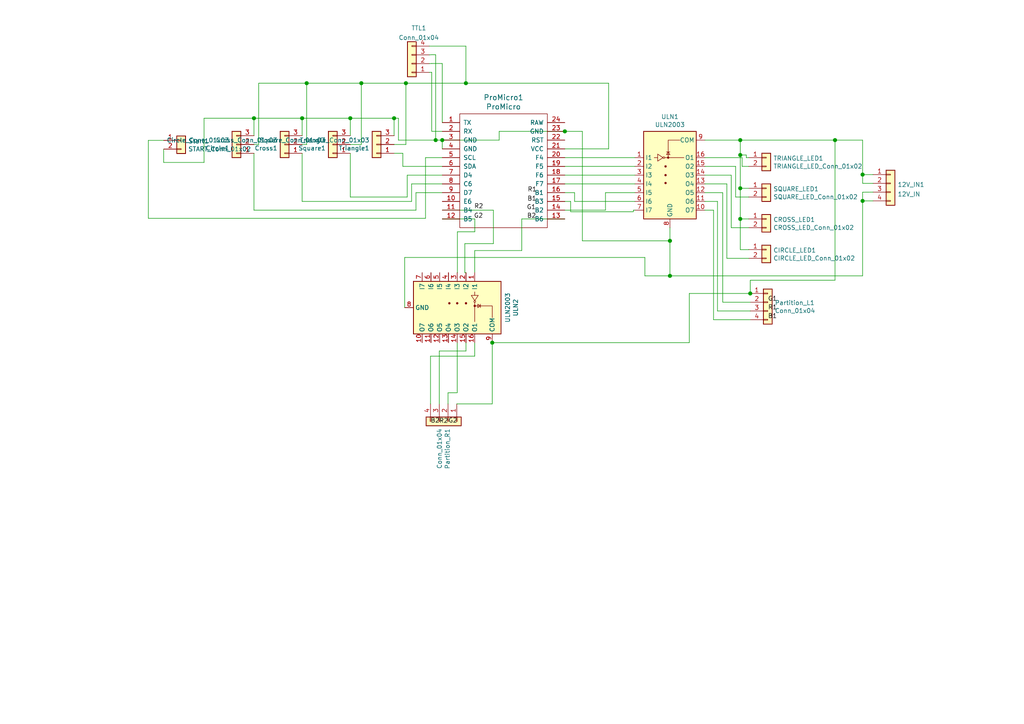
<source format=kicad_sch>
(kicad_sch (version 20210621) (generator eeschema)
  (paper "A4")
  (lib_symbols
    (symbol "Connector_Generic:Conn_01x02" (pin_names (offset 1.016) hide)
      (property "Reference" "J" (at 0 2.54 0))
      (property "Value" "Conn_01x02" (at 0 -5.08 0))
      (symbol "Conn_01x02_1_1"
        (rectangle (start -1.27 -2.413) (end 0 -2.667) (stroke (width 0.1524)))
        (rectangle (start -1.27 0.127) (end 0 -0.127) (stroke (width 0.1524)))
        (rectangle (start -1.27 1.27) (end 1.27 -3.81) (stroke (width 0.254)) (fill (type background)))
        (pin passive line (at -5.08 0 0) (length 3.81) (name "Pin_1") (number "1"))
        (pin passive line (at -5.08 -2.54 0) (length 3.81) (name "Pin_2") (number "2"))
      )
    )
    (symbol "Connector_Generic:Conn_01x03" (pin_names (offset 1.016) hide)
      (property "Reference" "J" (at 0 5.08 0))
      (property "Value" "Conn_01x03" (at 0 -5.08 0))
      (symbol "Conn_01x03_1_1"
        (rectangle (start -1.27 -2.413) (end 0 -2.667) (stroke (width 0.1524)))
        (rectangle (start -1.27 0.127) (end 0 -0.127) (stroke (width 0.1524)))
        (rectangle (start -1.27 2.667) (end 0 2.413) (stroke (width 0.1524)))
        (rectangle (start -1.27 3.81) (end 1.27 -3.81) (stroke (width 0.254)) (fill (type background)))
        (pin passive line (at -5.08 2.54 0) (length 3.81) (name "Pin_1") (number "1"))
        (pin passive line (at -5.08 0 0) (length 3.81) (name "Pin_2") (number "2"))
        (pin passive line (at -5.08 -2.54 0) (length 3.81) (name "Pin_3") (number "3"))
      )
    )
    (symbol "Connector_Generic:Conn_01x04" (pin_names (offset 1.016) hide)
      (property "Reference" "J" (at 0 5.08 0))
      (property "Value" "Conn_01x04" (at 0 -7.62 0))
      (symbol "Conn_01x04_1_1"
        (rectangle (start -1.27 -4.953) (end 0 -5.207) (stroke (width 0.1524)))
        (rectangle (start -1.27 -2.413) (end 0 -2.667) (stroke (width 0.1524)))
        (rectangle (start -1.27 0.127) (end 0 -0.127) (stroke (width 0.1524)))
        (rectangle (start -1.27 2.667) (end 0 2.413) (stroke (width 0.1524)))
        (rectangle (start -1.27 3.81) (end 1.27 -6.35) (stroke (width 0.254)) (fill (type background)))
        (pin passive line (at -5.08 2.54 0) (length 3.81) (name "Pin_1") (number "1"))
        (pin passive line (at -5.08 0 0) (length 3.81) (name "Pin_2") (number "2"))
        (pin passive line (at -5.08 -2.54 0) (length 3.81) (name "Pin_3") (number "3"))
        (pin passive line (at -5.08 -5.08 0) (length 3.81) (name "Pin_4") (number "4"))
      )
    )
    (symbol "DIVA_promicro-rescue:ProMicro-promicro" (pin_names (offset 1.016))
      (property "Reference" "U" (at 0 24.13 0))
      (property "Value" "ProMicro-promicro" (at 0 -13.97 0))
      (symbol "ProMicro-promicro_0_1"
        (rectangle (start -12.7 21.59) (end 12.7 -11.43))
      )
      (symbol "ProMicro-promicro_1_1"
        (pin bidirectional line (at -17.78 19.05 0) (length 5.08) (name "TX") (number "1"))
        (pin bidirectional line (at -17.78 -3.81 0) (length 5.08) (name "E6") (number "10"))
        (pin bidirectional line (at -17.78 -6.35 0) (length 5.08) (name "B4") (number "11"))
        (pin bidirectional line (at -17.78 -8.89 0) (length 5.08) (name "B5") (number "12"))
        (pin bidirectional line (at 17.78 -8.89 180) (length 5.08) (name "B6") (number "13"))
        (pin bidirectional line (at 17.78 -6.35 180) (length 5.08) (name "B2") (number "14"))
        (pin bidirectional line (at 17.78 -3.81 180) (length 5.08) (name "B3") (number "15"))
        (pin bidirectional line (at 17.78 -1.27 180) (length 5.08) (name "B1") (number "16"))
        (pin bidirectional line (at 17.78 1.27 180) (length 5.08) (name "F7") (number "17"))
        (pin bidirectional line (at 17.78 3.81 180) (length 5.08) (name "F6") (number "18"))
        (pin bidirectional line (at 17.78 6.35 180) (length 5.08) (name "F5") (number "19"))
        (pin bidirectional line (at -17.78 16.51 0) (length 5.08) (name "RX") (number "2"))
        (pin bidirectional line (at 17.78 8.89 180) (length 5.08) (name "F4") (number "20"))
        (pin power_in line (at 17.78 11.43 180) (length 5.08) (name "VCC") (number "21"))
        (pin input line (at 17.78 13.97 180) (length 5.08) (name "RST") (number "22"))
        (pin power_in line (at 17.78 16.51 180) (length 5.08) (name "GND") (number "23"))
        (pin power_out line (at 17.78 19.05 180) (length 5.08) (name "RAW") (number "24"))
        (pin power_in line (at -17.78 13.97 0) (length 5.08) (name "GND") (number "3"))
        (pin power_in line (at -17.78 11.43 0) (length 5.08) (name "GND") (number "4"))
        (pin bidirectional line (at -17.78 8.89 0) (length 5.08) (name "SCL") (number "5"))
        (pin bidirectional line (at -17.78 6.35 0) (length 5.08) (name "SDA") (number "6"))
        (pin bidirectional line (at -17.78 3.81 0) (length 5.08) (name "D4") (number "7"))
        (pin bidirectional line (at -17.78 1.27 0) (length 5.08) (name "C6") (number "8"))
        (pin bidirectional line (at -17.78 -1.27 0) (length 5.08) (name "D7") (number "9"))
      )
    )
    (symbol "Transistor_Array:ULN2003"
      (property "Reference" "U" (at 0 15.875 0))
      (property "Value" "ULN2003" (at 0 13.97 0))
      (symbol "ULN2003_0_1"
        (circle (center -1.778 5.08) (radius 0.254))
        (circle (center -1.27 -2.286) (radius 0.254) (fill (type outline)))
        (circle (center -1.27 0) (radius 0.254) (fill (type outline)))
        (circle (center -1.27 2.54) (radius 0.254) (fill (type outline)))
        (circle (center -0.508 5.08) (radius 0.254) (fill (type outline)))
        (rectangle (start -7.62 -12.7) (end 7.62 12.7) (stroke (width 0.254)) (fill (type background)))
        (polyline (pts (xy -4.572 5.08) (xy -3.556 5.08)))
        (polyline (pts (xy -1.524 5.08) (xy 4.064 5.08)))
        (polyline (pts (xy 0 6.731) (xy -1.016 6.731)))
        (polyline (pts (xy -0.508 5.08) (xy -0.508 10.16) (xy 2.921 10.16)))
        (polyline (pts (xy -3.556 6.096) (xy -3.556 4.064) (xy -2.032 5.08) (xy -3.556 6.096)))
        (polyline (pts (xy 0 5.969) (xy -1.016 5.969) (xy -0.508 6.731) (xy 0 5.969)))
      )
      (symbol "ULN2003_1_1"
        (pin input line (at -10.16 5.08 0) (length 2.54) (name "I1") (number "1"))
        (pin open_collector line (at 10.16 -10.16 180) (length 2.54) (name "O7") (number "10"))
        (pin open_collector line (at 10.16 -7.62 180) (length 2.54) (name "O6") (number "11"))
        (pin open_collector line (at 10.16 -5.08 180) (length 2.54) (name "O5") (number "12"))
        (pin open_collector line (at 10.16 -2.54 180) (length 2.54) (name "O4") (number "13"))
        (pin open_collector line (at 10.16 0 180) (length 2.54) (name "O3") (number "14"))
        (pin open_collector line (at 10.16 2.54 180) (length 2.54) (name "O2") (number "15"))
        (pin open_collector line (at 10.16 5.08 180) (length 2.54) (name "O1") (number "16"))
        (pin input line (at -10.16 2.54 0) (length 2.54) (name "I2") (number "2"))
        (pin input line (at -10.16 0 0) (length 2.54) (name "I3") (number "3"))
        (pin input line (at -10.16 -2.54 0) (length 2.54) (name "I4") (number "4"))
        (pin input line (at -10.16 -5.08 0) (length 2.54) (name "I5") (number "5"))
        (pin input line (at -10.16 -7.62 0) (length 2.54) (name "I6") (number "6"))
        (pin input line (at -10.16 -10.16 0) (length 2.54) (name "I7") (number "7"))
        (pin power_in line (at 0 -15.24 90) (length 2.54) (name "GND") (number "8"))
        (pin passive line (at 10.16 10.16 180) (length 2.54) (name "COM") (number "9"))
      )
    )
  )
  (junction (at 73.66 34.29) (diameter 1.016))
  (junction (at 87.63 34.29) (diameter 1.016))
  (junction (at 88.9508 24.13) (diameter 1.016))
  (junction (at 101.6 34.29) (diameter 1.016))
  (junction (at 104.8004 24.13) (diameter 1.016))
  (junction (at 114.3 34.29) (diameter 1.016))
  (junction (at 117.729 24.13) (diameter 1.016))
  (junction (at 126.365 40.64) (diameter 1.016))
  (junction (at 128.27 40.64) (diameter 1.016))
  (junction (at 135.1314 24.13) (diameter 1.016))
  (junction (at 142.7734 99.3902) (diameter 1.016))
  (junction (at 163.83 38.1) (diameter 1.016))
  (junction (at 194.31 69.85) (diameter 1.016))
  (junction (at 194.31 80.01) (diameter 1.016))
  (junction (at 214.7062 40.64) (diameter 1.016))
  (junction (at 214.7062 44.958) (diameter 1.016))
  (junction (at 214.7062 54.61) (diameter 1.016))
  (junction (at 214.7062 63.5) (diameter 1.016))
  (junction (at 217.6018 85.1154) (diameter 1.016))
  (junction (at 242.189 40.64) (diameter 1.016))
  (junction (at 250.19 50.6406) (diameter 1.016))
  (junction (at 250.19 58.2723) (diameter 1.016))
  (wire (pts (xy 43.0276 40.7162) (xy 43.0276 63.3222)))
  (wire (pts (xy 43.0276 63.3222) (xy 123.4186 63.3222)))
  (wire (pts (xy 47.4726 40.7162) (xy 43.0276 40.7162)))
  (wire (pts (xy 47.4726 43.2562) (xy 47.4726 47.117)))
  (wire (pts (xy 47.4726 47.117) (xy 59.182 47.117)))
  (wire (pts (xy 59.182 34.29) (xy 73.66 34.29)))
  (wire (pts (xy 59.182 47.117) (xy 59.182 34.29)))
  (wire (pts (xy 73.66 34.29) (xy 73.66 39.37)))
  (wire (pts (xy 73.66 34.29) (xy 87.63 34.29)))
  (wire (pts (xy 73.66 41.91) (xy 75.0316 41.91)))
  (wire (pts (xy 73.66 60.96) (xy 73.66 44.45)))
  (wire (pts (xy 75.0316 24.13) (xy 75.0316 41.91)))
  (wire (pts (xy 75.0316 24.13) (xy 88.9508 24.13)))
  (wire (pts (xy 87.63 34.29) (xy 87.63 39.37)))
  (wire (pts (xy 87.63 34.29) (xy 101.6 34.29)))
  (wire (pts (xy 87.63 41.91) (xy 88.9508 41.91)))
  (wire (pts (xy 87.63 58.42) (xy 87.63 44.45)))
  (wire (pts (xy 88.9508 24.13) (xy 88.9508 41.91)))
  (wire (pts (xy 88.9508 24.13) (xy 104.8004 24.13)))
  (wire (pts (xy 101.6 34.29) (xy 101.6 39.37)))
  (wire (pts (xy 101.6 34.29) (xy 114.3 34.29)))
  (wire (pts (xy 101.6 41.91) (xy 104.8004 41.91)))
  (wire (pts (xy 101.6 57.15) (xy 101.6 44.45)))
  (wire (pts (xy 104.8004 24.13) (xy 117.729 24.13)))
  (wire (pts (xy 104.8004 41.91) (xy 104.8004 24.13)))
  (wire (pts (xy 114.3 34.29) (xy 114.3 39.37)))
  (wire (pts (xy 114.3 34.29) (xy 115.57 34.29)))
  (wire (pts (xy 114.3 41.91) (xy 117.729 41.91)))
  (wire (pts (xy 115.57 34.29) (xy 115.57 40.64)))
  (wire (pts (xy 115.57 40.64) (xy 126.365 40.64)))
  (wire (pts (xy 116.84 44.45) (xy 114.3 44.45)))
  (wire (pts (xy 116.84 48.26) (xy 116.84 44.45)))
  (wire (pts (xy 116.84 48.26) (xy 128.27 48.26)))
  (wire (pts (xy 117.3734 74.676) (xy 187.0456 74.676)))
  (wire (pts (xy 117.3734 89.2302) (xy 117.3734 74.676)))
  (wire (pts (xy 117.729 24.13) (xy 117.729 41.91)))
  (wire (pts (xy 117.729 24.13) (xy 135.1314 24.13)))
  (wire (pts (xy 118.11 50.8) (xy 118.11 57.15)))
  (wire (pts (xy 118.11 50.8) (xy 128.27 50.8)))
  (wire (pts (xy 118.11 57.15) (xy 101.6 57.15)))
  (wire (pts (xy 119.38 53.34) (xy 119.38 58.42)))
  (wire (pts (xy 119.38 53.34) (xy 128.27 53.34)))
  (wire (pts (xy 119.38 58.42) (xy 87.63 58.42)))
  (wire (pts (xy 120.65 55.88) (xy 120.65 60.96)))
  (wire (pts (xy 120.65 60.96) (xy 73.66 60.96)))
  (wire (pts (xy 123.4186 45.72) (xy 123.4186 63.3222)))
  (wire (pts (xy 124.5288 13.3761) (xy 135.1314 13.3761)))
  (wire (pts (xy 124.8664 103.3018) (xy 137.6934 103.3018)))
  (wire (pts (xy 124.8664 117.1448) (xy 124.8664 103.3018)))
  (wire (pts (xy 125.222 15.875) (xy 124.5288 15.9161)))
  (wire (pts (xy 125.222 18.415) (xy 124.5288 18.4561)))
  (wire (pts (xy 125.222 20.955) (xy 124.5288 20.9961)))
  (wire (pts (xy 125.222 20.955) (xy 125.222 38.1)))
  (wire (pts (xy 125.222 38.1) (xy 128.27 38.1)))
  (wire (pts (xy 126.365 15.875) (xy 125.222 15.875)))
  (wire (pts (xy 126.365 40.64) (xy 126.365 15.875)))
  (wire (pts (xy 126.365 40.64) (xy 128.27 40.64)))
  (wire (pts (xy 127.4064 101.8032) (xy 127.4064 117.1448)))
  (wire (pts (xy 127.4064 101.8032) (xy 135.1534 101.8032)))
  (wire (pts (xy 128.27 18.415) (xy 125.222 18.415)))
  (wire (pts (xy 128.27 35.56) (xy 128.27 18.415)))
  (wire (pts (xy 128.27 40.64) (xy 128.27 43.18)))
  (wire (pts (xy 128.27 45.72) (xy 123.4186 45.72)))
  (wire (pts (xy 128.27 55.88) (xy 120.65 55.88)))
  (wire (pts (xy 128.27 60.96) (xy 143.1036 60.96)))
  (wire (pts (xy 128.27 63.5) (xy 137.7188 63.5)))
  (wire (pts (xy 129.9464 113.919) (xy 129.9464 117.1448)))
  (wire (pts (xy 132.4864 117.1448) (xy 142.7734 117.1448)))
  (wire (pts (xy 132.6134 99.3902) (xy 132.6134 113.919)))
  (wire (pts (xy 132.6134 113.919) (xy 129.9464 113.919)))
  (wire (pts (xy 132.6642 67.2338) (xy 132.6642 79.0702)))
  (wire (pts (xy 132.6642 79.0702) (xy 132.6134 79.0702)))
  (wire (pts (xy 134.8232 70.6628) (xy 134.8232 79.0702)))
  (wire (pts (xy 134.8232 79.0702) (xy 135.1534 79.0702)))
  (wire (pts (xy 135.1314 13.3761) (xy 135.1314 24.13)))
  (wire (pts (xy 135.1314 24.13) (xy 176.53 24.13)))
  (wire (pts (xy 135.1534 99.3902) (xy 135.1534 101.8032)))
  (wire (pts (xy 137.6934 72.6694) (xy 151.3332 72.6694)))
  (wire (pts (xy 137.6934 79.0702) (xy 137.6934 72.6694)))
  (wire (pts (xy 137.6934 103.3018) (xy 137.6934 99.3902)))
  (wire (pts (xy 137.7188 63.5) (xy 137.7188 67.2338)))
  (wire (pts (xy 137.7188 67.2338) (xy 132.6642 67.2338)))
  (wire (pts (xy 142.7734 99.3902) (xy 199.9234 99.3902)))
  (wire (pts (xy 142.7734 117.1448) (xy 142.7734 99.3902)))
  (wire (pts (xy 143.1036 60.96) (xy 143.1036 70.6628)))
  (wire (pts (xy 143.1036 70.6628) (xy 134.8232 70.6628)))
  (wire (pts (xy 144.78 38.1) (xy 144.78 40.64)))
  (wire (pts (xy 144.78 38.1) (xy 163.83 38.1)))
  (wire (pts (xy 144.78 40.64) (xy 128.27 40.64)))
  (wire (pts (xy 151.3332 63.5) (xy 163.83 63.5)))
  (wire (pts (xy 151.3332 72.6694) (xy 151.3332 63.5)))
  (wire (pts (xy 163.83 38.1) (xy 168.91 38.1)))
  (wire (pts (xy 163.83 43.18) (xy 176.53 43.18)))
  (wire (pts (xy 163.83 45.72) (xy 184.15 45.72)))
  (wire (pts (xy 163.83 48.26) (xy 184.15 48.26)))
  (wire (pts (xy 163.83 50.8) (xy 184.15 50.8)))
  (wire (pts (xy 163.83 53.34) (xy 184.15 53.34)))
  (wire (pts (xy 163.83 58.42) (xy 165.5064 58.42)))
  (wire (pts (xy 163.83 60.96) (xy 175.6156 60.96)))
  (wire (pts (xy 165.5064 58.42) (xy 165.5064 61.4172)))
  (wire (pts (xy 165.5064 61.4172) (xy 183.6928 61.4172)))
  (wire (pts (xy 166.6494 55.88) (xy 163.83 55.88)))
  (wire (pts (xy 166.6494 58.42) (xy 166.6494 55.88)))
  (wire (pts (xy 168.91 38.1) (xy 168.91 69.85)))
  (wire (pts (xy 168.91 69.85) (xy 194.31 69.85)))
  (wire (pts (xy 175.6156 55.88) (xy 184.15 55.88)))
  (wire (pts (xy 175.6156 60.96) (xy 175.6156 55.88)))
  (wire (pts (xy 176.53 24.13) (xy 176.53 43.18)))
  (wire (pts (xy 183.6928 60.96) (xy 184.15 60.96)))
  (wire (pts (xy 183.6928 61.4172) (xy 183.6928 60.96)))
  (wire (pts (xy 184.15 58.42) (xy 166.6494 58.42)))
  (wire (pts (xy 187.0456 74.676) (xy 187.0456 80.01)))
  (wire (pts (xy 187.0456 80.01) (xy 194.31 80.01)))
  (wire (pts (xy 194.31 69.85) (xy 194.31 66.04)))
  (wire (pts (xy 194.31 69.85) (xy 194.31 80.01)))
  (wire (pts (xy 194.31 80.01) (xy 250.19 80.01)))
  (wire (pts (xy 199.9234 85.1154) (xy 217.6018 85.1154)))
  (wire (pts (xy 199.9234 99.3902) (xy 199.9234 85.1154)))
  (wire (pts (xy 204.47 40.64) (xy 214.7062 40.64)))
  (wire (pts (xy 204.47 45.72) (xy 215.2396 45.72)))
  (wire (pts (xy 204.47 48.26) (xy 213.36 48.26)))
  (wire (pts (xy 204.47 50.8) (xy 212.09 50.8)))
  (wire (pts (xy 204.47 53.34) (xy 210.82 53.34)))
  (wire (pts (xy 204.47 55.88) (xy 209.6262 55.88)))
  (wire (pts (xy 204.47 58.42) (xy 208.1022 58.42)))
  (wire (pts (xy 204.47 60.96) (xy 206.9592 60.96)))
  (wire (pts (xy 206.9592 60.96) (xy 206.9592 92.7354)))
  (wire (pts (xy 206.9592 92.7354) (xy 217.6018 92.7354)))
  (wire (pts (xy 208.1022 90.1954) (xy 208.1022 58.42)))
  (wire (pts (xy 209.6262 55.88) (xy 209.6262 87.6554)))
  (wire (pts (xy 209.6262 87.6554) (xy 217.6018 87.6554)))
  (wire (pts (xy 210.82 53.34) (xy 210.82 74.93)))
  (wire (pts (xy 212.09 50.8) (xy 212.09 66.04)))
  (wire (pts (xy 213.36 48.26) (xy 213.36 57.15)))
  (wire (pts (xy 214.7062 40.64) (xy 214.7062 44.958)))
  (wire (pts (xy 214.7062 40.64) (xy 242.189 40.64)))
  (wire (pts (xy 214.7062 44.958) (xy 214.7062 54.61)))
  (wire (pts (xy 214.7062 54.61) (xy 214.7062 63.5)))
  (wire (pts (xy 214.7062 54.61) (xy 217.17 54.61)))
  (wire (pts (xy 214.7062 63.5) (xy 214.7062 72.4154)))
  (wire (pts (xy 214.7062 63.5) (xy 217.17 63.5)))
  (wire (pts (xy 214.7062 72.4154) (xy 217.17 72.4154)))
  (wire (pts (xy 215.2396 45.72) (xy 215.2396 48.26)))
  (wire (pts (xy 215.2396 48.26) (xy 217.17 48.26)))
  (wire (pts (xy 216.4588 44.958) (xy 214.7062 44.958)))
  (wire (pts (xy 216.4588 45.72) (xy 216.4588 44.958)))
  (wire (pts (xy 217.17 45.72) (xy 216.4588 45.72)))
  (wire (pts (xy 217.17 57.15) (xy 213.36 57.15)))
  (wire (pts (xy 217.17 66.04) (xy 212.09 66.04)))
  (wire (pts (xy 217.17 72.4154) (xy 217.17 72.39)))
  (wire (pts (xy 217.17 74.93) (xy 210.82 74.93)))
  (wire (pts (xy 217.6018 81.28) (xy 217.6018 85.1154)))
  (wire (pts (xy 217.6018 81.28) (xy 242.189 81.28)))
  (wire (pts (xy 217.6018 90.1954) (xy 208.1022 90.1954)))
  (wire (pts (xy 242.189 40.64) (xy 250.19 40.64)))
  (wire (pts (xy 242.189 81.28) (xy 242.189 40.64)))
  (wire (pts (xy 250.19 40.64) (xy 250.19 50.6406)))
  (wire (pts (xy 250.19 50.6406) (xy 250.19 50.6463)))
  (wire (pts (xy 250.19 50.6406) (xy 250.2094 53.1851)))
  (wire (pts (xy 250.19 55.7447) (xy 250.19 58.2723)))
  (wire (pts (xy 250.19 55.7447) (xy 253.2055 55.7251)))
  (wire (pts (xy 250.19 58.2723) (xy 250.19 80.01)))
  (wire (pts (xy 250.2094 53.1851) (xy 253.2055 53.1851)))
  (wire (pts (xy 253.2055 50.6451) (xy 250.19 50.6463)))
  (wire (pts (xy 253.2055 58.2651) (xy 250.19 58.2723)))
  (label "B2" (at 124.8664 122.9868 0))
  (label "R2" (at 127.3556 123.063 0))
  (label "G2" (at 129.9972 122.9868 0))
  (label "G2" (at 137.4394 63.5762 0))
  (label "R2" (at 137.5156 60.833 0))
  (label "G1" (at 152.7556 61.087 0))
  (label "B2" (at 152.8318 63.5762 0))
  (label "B1" (at 152.9334 58.6232 0))
  (label "R1" (at 153.0096 55.9562 0))
  (label "G1" (at 222.7072 87.6554 0))
  (label "B1" (at 222.7072 92.6846 0))
  (label "R1" (at 222.7326 90.1446 0))
  (symbol (lib_id "Connector_Generic:Conn_01x02") (at 52.5526 40.7162 0) (unit 1)
    (property "Reference" "Start1" (at 54.5846 40.9194 0) (effects (justify left)))
    (property "Value" "START_Conn_01x02" (at 54.5846 43.2308 0) (effects (justify left)))
    (property "Footprint" "Connector_JST:JST_XH_B2B-XH-A_1x02_P2.50mm_Vertical" (effects hide))
  )
  (symbol (lib_id "Connector_Generic:Conn_01x02") (at 222.25 45.72 0) (unit 1)
    (property "Reference" "TRIANGLE_LED1" (at 224.282 45.9232 0) (effects (justify left)))
    (property "Value" "TRIANGLE_LED_Conn_01x02" (at 224.282 48.2346 0) (effects (justify left)))
    (property "Footprint" "Connector_JST:JST_XH_B2B-XH-A_1x02_P2.50mm_Vertical" (effects hide))
  )
  (symbol (lib_id "Connector_Generic:Conn_01x02") (at 222.25 54.61 0) (unit 1)
    (property "Reference" "SQUARE_LED1" (at 224.282 54.8132 0) (effects (justify left)))
    (property "Value" "SQUARE_LED_Conn_01x02" (at 224.282 57.1246 0) (effects (justify left)))
    (property "Footprint" "Connector_JST:JST_XH_B2B-XH-A_1x02_P2.50mm_Vertical" (effects hide))
  )
  (symbol (lib_id "Connector_Generic:Conn_01x02") (at 222.25 63.5 0) (unit 1)
    (property "Reference" "CROSS_LED1" (at 224.282 63.7032 0) (effects (justify left)))
    (property "Value" "CROSS_LED_Conn_01x02" (at 224.282 66.0146 0) (effects (justify left)))
    (property "Footprint" "Connector_JST:JST_XH_B2B-XH-A_1x02_P2.50mm_Vertical" (effects hide))
  )
  (symbol (lib_id "Connector_Generic:Conn_01x02") (at 222.25 72.39 0) (unit 1)
    (property "Reference" "CIRCLE_LED1" (at 224.282 72.5932 0) (effects (justify left)))
    (property "Value" "CIRCLE_LED_Conn_01x02" (at 224.282 74.9046 0) (effects (justify left)))
    (property "Footprint" "Connector_JST:JST_XH_B2B-XH-A_1x02_P2.50mm_Vertical" (effects hide))
  )
  (symbol (lib_id "Connector_Generic:Conn_01x03") (at 68.58 41.91 180) (unit 1)
    (property "Reference" "Circle1" (at 66.548 42.9768 0) (effects (justify left)))
    (property "Value" "Circle_Conn_01x03" (at 66.548 40.6654 0) (effects (justify left)))
    (property "Footprint" "Connector_JST:JST_XH_B3B-XH-A_1x03_P2.50mm_Vertical" (effects hide))
  )
  (symbol (lib_id "Connector_Generic:Conn_01x03") (at 82.55 41.91 180) (unit 1)
    (property "Reference" "Cross1" (at 80.518 42.977 0) (effects (justify left)))
    (property "Value" "Cross_Conn_01x03" (at 80.518 40.6654 0) (effects (justify left)))
    (property "Footprint" "Connector_JST:JST_XH_B3B-XH-A_1x03_P2.50mm_Vertical" (effects hide))
  )
  (symbol (lib_id "Connector_Generic:Conn_01x03") (at 96.52 41.91 180) (unit 1)
    (property "Reference" "Square1" (at 94.488 42.977 0) (effects (justify left)))
    (property "Value" "Square_Conn_01x03" (at 94.488 40.6654 0) (effects (justify left)))
    (property "Footprint" "Connector_JST:JST_XH_B3B-XH-A_1x03_P2.50mm_Vertical" (effects hide))
  )
  (symbol (lib_id "Connector_Generic:Conn_01x03") (at 109.22 41.91 180) (unit 1)
    (property "Reference" "Triangle1" (at 107.188 42.977 0) (effects (justify left)))
    (property "Value" "Triangle_Conn_01x03" (at 107.188 40.6654 0) (effects (justify left)))
    (property "Footprint" "Connector_JST:JST_XH_B3B-XH-A_1x03_P2.50mm_Vertical" (effects hide))
  )
  (symbol (lib_id "Connector_Generic:Conn_01x04") (at 119.4488 18.4561 180) (unit 1)
    (property "Reference" "TTL1" (at 121.4808 8.1395 0))
    (property "Value" "Conn_01x04" (at 121.4808 10.9146 0))
    (property "Footprint" "Connector_JST:JST_XH_B4B-XH-A_1x04_P2.50mm_Vertical" (effects hide))
  )
  (symbol (lib_id "Connector_Generic:Conn_01x04") (at 129.9464 122.2248 270) (unit 1)
    (property "Reference" "Partition_R1" (at 129.7748 124.2574 0) (effects (justify left)))
    (property "Value" "Conn_01x04" (at 127.4763 124.2569 0) (effects (justify left)))
    (property "Footprint" "Connector_JST:JST_XH_B4B-XH-A_1x04_P2.50mm_Vertical" (effects hide))
  )
  (symbol (lib_id "Connector_Generic:Conn_01x04") (at 222.6818 87.6554 0) (unit 1)
    (property "Reference" "Partition_L1" (at 224.7144 87.8268 0) (effects (justify left)))
    (property "Value" "Conn_01x04" (at 224.7139 90.1255 0) (effects (justify left)))
    (property "Footprint" "Connector_JST:JST_XH_B4B-XH-A_1x04_P2.50mm_Vertical" (effects hide))
  )
  (symbol (lib_id "Connector_Generic:Conn_01x04") (at 258.2855 53.1851 0) (unit 1)
    (property "Reference" "12V_IN1" (at 260.3176 53.5466 0) (effects (justify left)))
    (property "Value" "12V_IN" (at 260.3176 56.3217 0) (effects (justify left)))
    (property "Footprint" "Connector_JST:JST_XH_B4B-XH-A_1x04_P2.50mm_Vertical" (effects hide))
  )
  (symbol (lib_id "Transistor_Array:ULN2003") (at 132.6134 89.2302 270) (unit 1)
    (property "Reference" "ULN2" (at 149.5552 89.2302 0))
    (property "Value" "ULN2003" (at 147.2434 89.2302 0))
    (property "Footprint" "Package_DIP:DIP-16_W7.62mm" (effects hide))
    (property "Datasheet" "http://www.ti.com/lit/ds/symlink/uln2003a.pdf" (effects hide))
  )
  (symbol (lib_id "Transistor_Array:ULN2003") (at 194.31 50.8 0) (unit 1)
    (property "Reference" "ULN1" (at 194.31 33.8582 0))
    (property "Value" "ULN2003" (at 194.31 36.17 0))
    (property "Footprint" "Package_DIP:DIP-16_W7.62mm" (effects hide))
    (property "Datasheet" "http://www.ti.com/lit/ds/symlink/uln2003a.pdf" (effects hide))
  )
  (symbol (lib_id "DIVA_promicro-rescue:ProMicro-promicro") (at 146.05 54.61 0) (unit 1)
    (property "Reference" "ProMicro1" (at 146.05 28.2702 0) (effects (font (size 1.524 1.524))))
    (property "Value" "ProMicro" (at 146.05 30.9626 0) (effects (font (size 1.524 1.524))))
    (property "Footprint" "promicro:ProMicro" (effects hide))
  )
)
</source>
